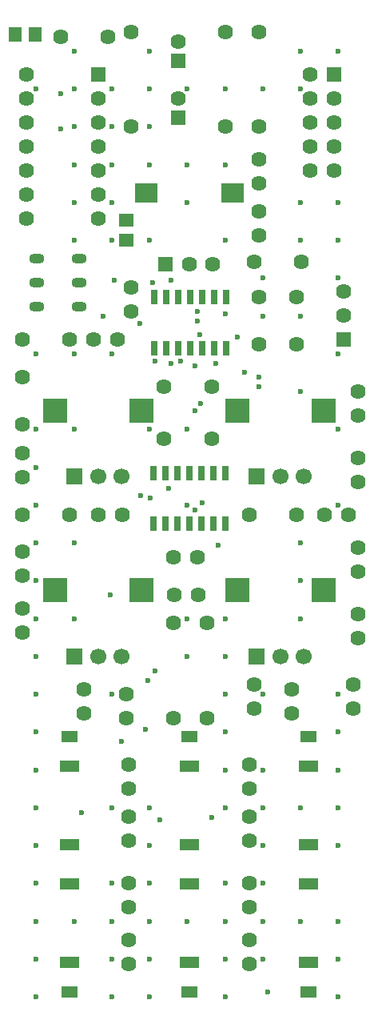
<source format=gbs>
G04*
G04 #@! TF.GenerationSoftware,Altium Limited,Altium Designer,25.8.1 (18)*
G04*
G04 Layer_Color=16711935*
%FSLAX44Y44*%
%MOMM*%
G71*
G04*
G04 #@! TF.SameCoordinates,31FAA1C7-D2ED-409D-A29A-1505F3418D97*
G04*
G04*
G04 #@! TF.FilePolarity,Negative*
G04*
G01*
G75*
%ADD12C,1.7000*%
%ADD13R,1.7000X1.7000*%
%ADD14R,2.5000X2.6000*%
%ADD15C,1.6240*%
%ADD16R,1.6240X1.6240*%
%ADD17R,2.4000X2.0000*%
%ADD18R,1.6240X1.6240*%
%ADD19O,1.6240X1.1000*%
%ADD20R,2.0000X1.2000*%
%ADD21R,1.8000X1.2000*%
%ADD22C,0.6000*%
%ADD38R,1.6500X1.4000*%
%ADD39R,0.7000X1.6500*%
%ADD40R,1.4000X1.6500*%
D12*
X318000Y390000D02*
D03*
X293000D02*
D03*
X125000D02*
D03*
X100000D02*
D03*
X318000Y580000D02*
D03*
X293000D02*
D03*
X125000D02*
D03*
X100000D02*
D03*
D13*
X268000Y390000D02*
D03*
X75000D02*
D03*
X268000Y580000D02*
D03*
X75000D02*
D03*
D14*
X338750Y460000D02*
D03*
X247250D02*
D03*
X145750D02*
D03*
X54250D02*
D03*
X338750Y650000D02*
D03*
X247250D02*
D03*
X145750D02*
D03*
X54250D02*
D03*
D15*
X360000Y775800D02*
D03*
Y750400D02*
D03*
X196500Y805000D02*
D03*
X221500D02*
D03*
X205800Y455000D02*
D03*
X180400D02*
D03*
X20000Y635000D02*
D03*
Y685000D02*
D03*
X260000Y540000D02*
D03*
X205400Y495000D02*
D03*
X135000Y780000D02*
D03*
X365000Y540000D02*
D03*
X305000Y329600D02*
D03*
X370000Y360000D02*
D03*
X310000Y540000D02*
D03*
X375000Y435000D02*
D03*
X20000Y605000D02*
D03*
Y579600D02*
D03*
X370000Y334600D02*
D03*
X265000D02*
D03*
X20000Y415000D02*
D03*
X375000Y670400D02*
D03*
X180000Y495000D02*
D03*
X100000Y852600D02*
D03*
X23800Y878000D02*
D03*
X100000Y903400D02*
D03*
X23800Y928800D02*
D03*
X100000Y954200D02*
D03*
X23800Y979600D02*
D03*
X185000Y980000D02*
D03*
X315000Y807500D02*
D03*
X270000Y720000D02*
D03*
X170000Y620000D02*
D03*
X310000Y720000D02*
D03*
X220000Y675000D02*
D03*
X70000Y725000D02*
D03*
X324600Y928800D02*
D03*
X350000D02*
D03*
X324600Y954200D02*
D03*
X350000D02*
D03*
X324600Y979600D02*
D03*
X350000D02*
D03*
X60000Y1045000D02*
D03*
X20000Y440400D02*
D03*
Y475000D02*
D03*
Y500400D02*
D03*
Y725000D02*
D03*
X265000Y360000D02*
D03*
X375000Y409600D02*
D03*
X305000Y355000D02*
D03*
X135000Y754600D02*
D03*
X260000Y275400D02*
D03*
Y250000D02*
D03*
X132500Y275400D02*
D03*
Y250000D02*
D03*
X339600Y540000D02*
D03*
X100000D02*
D03*
X125400D02*
D03*
X130000Y324600D02*
D03*
Y350000D02*
D03*
X85000Y355400D02*
D03*
Y330000D02*
D03*
X95000Y725000D02*
D03*
X120400D02*
D03*
X260000Y64600D02*
D03*
Y90000D02*
D03*
X270000Y890000D02*
D03*
Y915400D02*
D03*
X375000Y645000D02*
D03*
Y574600D02*
D03*
Y600000D02*
D03*
X132500Y64600D02*
D03*
Y90000D02*
D03*
X270000Y835000D02*
D03*
Y860400D02*
D03*
X375000Y479600D02*
D03*
Y505000D02*
D03*
X185000Y1040000D02*
D03*
X23800Y1005000D02*
D03*
X310000Y770000D02*
D03*
X170000Y675000D02*
D03*
X235000Y1050000D02*
D03*
X270000Y950000D02*
D03*
X265000Y807500D02*
D03*
X270000Y770000D02*
D03*
X220000Y620000D02*
D03*
X100000Y979600D02*
D03*
X23800Y954200D02*
D03*
X100000Y928800D02*
D03*
X23800Y903400D02*
D03*
X100000Y878000D02*
D03*
X23800Y852600D02*
D03*
X270000Y1050000D02*
D03*
X324600Y903400D02*
D03*
X350000D02*
D03*
X324600Y1005000D02*
D03*
X132500Y150000D02*
D03*
Y124600D02*
D03*
X135000Y1050000D02*
D03*
Y950000D02*
D03*
X260000Y150000D02*
D03*
Y124600D02*
D03*
X110000Y1045000D02*
D03*
X20000Y540000D02*
D03*
X70000D02*
D03*
X215000Y325000D02*
D03*
Y425000D02*
D03*
X180000Y325000D02*
D03*
Y425000D02*
D03*
X132500Y195000D02*
D03*
Y220400D02*
D03*
X260000Y195000D02*
D03*
Y220400D02*
D03*
X235000Y950000D02*
D03*
D16*
X360000Y725000D02*
D03*
X185000Y1020000D02*
D03*
Y960000D02*
D03*
D17*
X150750Y880000D02*
D03*
X242250D02*
D03*
D18*
X171500Y805000D02*
D03*
X100000Y1005000D02*
D03*
X350000D02*
D03*
D19*
X80000Y810800D02*
D03*
Y785400D02*
D03*
Y760000D02*
D03*
X35000D02*
D03*
Y785400D02*
D03*
Y810800D02*
D03*
D20*
X323000Y273800D02*
D03*
X196500D02*
D03*
X70000D02*
D03*
X323000Y190800D02*
D03*
X196500D02*
D03*
X70000D02*
D03*
Y66200D02*
D03*
Y149200D02*
D03*
X196500Y66200D02*
D03*
Y149200D02*
D03*
X323000Y66200D02*
D03*
Y149200D02*
D03*
D21*
Y304800D02*
D03*
Y35200D02*
D03*
X196500Y304800D02*
D03*
X70000D02*
D03*
X196500Y35200D02*
D03*
X70000D02*
D03*
D22*
X34500Y550000D02*
D03*
X354500Y1030000D02*
D03*
Y870000D02*
D03*
Y830000D02*
D03*
Y790000D02*
D03*
Y710000D02*
D03*
Y630000D02*
D03*
Y550000D02*
D03*
Y350000D02*
D03*
Y310000D02*
D03*
Y270000D02*
D03*
Y230000D02*
D03*
Y190000D02*
D03*
Y110000D02*
D03*
Y70000D02*
D03*
Y30000D02*
D03*
X314500Y1030000D02*
D03*
Y990000D02*
D03*
Y870000D02*
D03*
Y830000D02*
D03*
Y750000D02*
D03*
Y670000D02*
D03*
Y510000D02*
D03*
Y470000D02*
D03*
Y430000D02*
D03*
Y230000D02*
D03*
Y110000D02*
D03*
X274500Y990000D02*
D03*
Y790000D02*
D03*
Y750000D02*
D03*
Y350000D02*
D03*
Y270000D02*
D03*
Y230000D02*
D03*
Y190000D02*
D03*
Y150000D02*
D03*
Y110000D02*
D03*
Y70000D02*
D03*
X234500Y990000D02*
D03*
Y910000D02*
D03*
Y830000D02*
D03*
Y430000D02*
D03*
Y390000D02*
D03*
Y350000D02*
D03*
Y310000D02*
D03*
Y270000D02*
D03*
Y230000D02*
D03*
Y150000D02*
D03*
Y110000D02*
D03*
Y70000D02*
D03*
Y30000D02*
D03*
X194500Y990000D02*
D03*
Y910000D02*
D03*
Y870000D02*
D03*
Y630000D02*
D03*
Y550000D02*
D03*
Y430000D02*
D03*
Y390000D02*
D03*
Y110000D02*
D03*
X154500Y1030000D02*
D03*
Y990000D02*
D03*
Y950000D02*
D03*
Y910000D02*
D03*
Y830000D02*
D03*
Y630000D02*
D03*
Y230000D02*
D03*
Y190000D02*
D03*
Y150000D02*
D03*
Y110000D02*
D03*
Y70000D02*
D03*
Y30000D02*
D03*
X114500Y990000D02*
D03*
Y950000D02*
D03*
Y910000D02*
D03*
Y870000D02*
D03*
Y830000D02*
D03*
Y710000D02*
D03*
Y350000D02*
D03*
Y230000D02*
D03*
Y150000D02*
D03*
Y110000D02*
D03*
Y70000D02*
D03*
Y30000D02*
D03*
X74500Y1030000D02*
D03*
Y990000D02*
D03*
Y950000D02*
D03*
Y910000D02*
D03*
Y870000D02*
D03*
Y830000D02*
D03*
Y710000D02*
D03*
Y630000D02*
D03*
Y510000D02*
D03*
Y430000D02*
D03*
Y110000D02*
D03*
X34500Y990000D02*
D03*
Y710000D02*
D03*
Y630000D02*
D03*
Y590000D02*
D03*
Y510000D02*
D03*
Y470000D02*
D03*
Y430000D02*
D03*
Y390000D02*
D03*
Y350000D02*
D03*
Y310000D02*
D03*
Y270000D02*
D03*
Y230000D02*
D03*
Y190000D02*
D03*
Y150000D02*
D03*
Y110000D02*
D03*
Y70000D02*
D03*
Y30000D02*
D03*
X280000Y35000D02*
D03*
X270000Y685000D02*
D03*
Y675000D02*
D03*
X202500Y650000D02*
D03*
X208540Y657500D02*
D03*
X150000Y312500D02*
D03*
X152500Y364230D02*
D03*
X160000Y375000D02*
D03*
X225000Y700000D02*
D03*
X160000Y702500D02*
D03*
X220000Y220000D02*
D03*
X82500Y225000D02*
D03*
X165000Y217500D02*
D03*
X125000Y300000D02*
D03*
X155000Y557500D02*
D03*
X227500Y507500D02*
D03*
X105000Y750000D02*
D03*
X117500Y787500D02*
D03*
X255000Y690000D02*
D03*
X202500Y697500D02*
D03*
X187500Y702500D02*
D03*
X112500Y455000D02*
D03*
X143940Y742190D02*
D03*
X144985Y560310D02*
D03*
X157500Y785000D02*
D03*
X205000Y745000D02*
D03*
X177500Y787500D02*
D03*
X202500Y545000D02*
D03*
X175000Y567500D02*
D03*
X210000Y552500D02*
D03*
X247500Y727500D02*
D03*
X235000Y752500D02*
D03*
X177500Y700000D02*
D03*
X207500Y730000D02*
D03*
X205000Y755000D02*
D03*
X60000Y985000D02*
D03*
Y947500D02*
D03*
D38*
X130000Y851000D02*
D03*
Y830000D02*
D03*
D39*
X209600Y584000D02*
D03*
X222300D02*
D03*
X235000D02*
D03*
X222300Y530000D02*
D03*
X235000D02*
D03*
X158800Y584000D02*
D03*
X171500D02*
D03*
X184200D02*
D03*
X158800Y530000D02*
D03*
X171500D02*
D03*
X196900Y584000D02*
D03*
Y530000D02*
D03*
X184200D02*
D03*
X209600D02*
D03*
X210000Y770000D02*
D03*
X222700D02*
D03*
X235400D02*
D03*
X210000Y716000D02*
D03*
X222700D02*
D03*
X235400D02*
D03*
X159200Y770000D02*
D03*
X171900D02*
D03*
X184600D02*
D03*
X159200Y716000D02*
D03*
X171900D02*
D03*
X184600D02*
D03*
X197300Y770000D02*
D03*
Y716000D02*
D03*
D40*
X12500Y1047500D02*
D03*
X33500D02*
D03*
M02*

</source>
